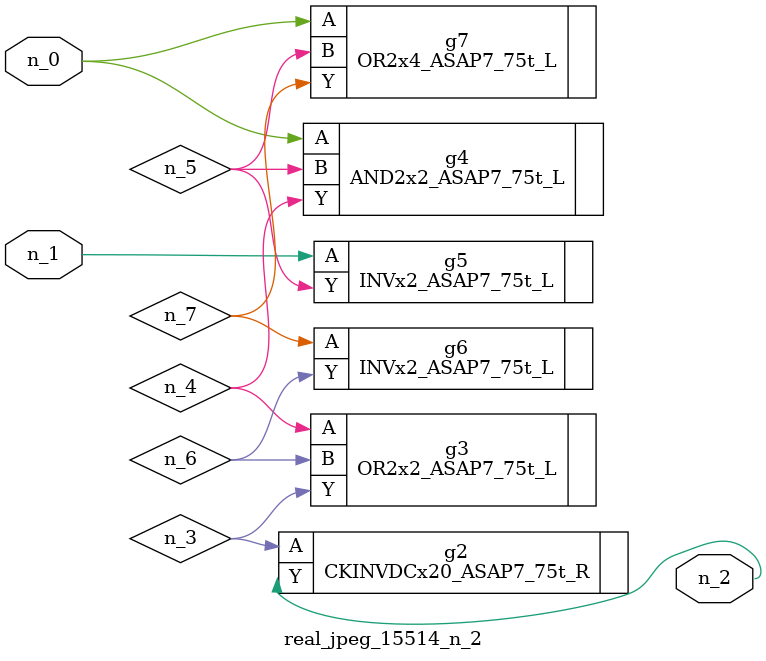
<source format=v>
module real_jpeg_15514_n_2 (n_1, n_0, n_2);

input n_1;
input n_0;

output n_2;

wire n_5;
wire n_4;
wire n_6;
wire n_7;
wire n_3;

AND2x2_ASAP7_75t_L g4 ( 
.A(n_0),
.B(n_5),
.Y(n_4)
);

OR2x4_ASAP7_75t_L g7 ( 
.A(n_0),
.B(n_5),
.Y(n_7)
);

INVx2_ASAP7_75t_L g5 ( 
.A(n_1),
.Y(n_5)
);

CKINVDCx20_ASAP7_75t_R g2 ( 
.A(n_3),
.Y(n_2)
);

OR2x2_ASAP7_75t_L g3 ( 
.A(n_4),
.B(n_6),
.Y(n_3)
);

INVx2_ASAP7_75t_L g6 ( 
.A(n_7),
.Y(n_6)
);


endmodule
</source>
